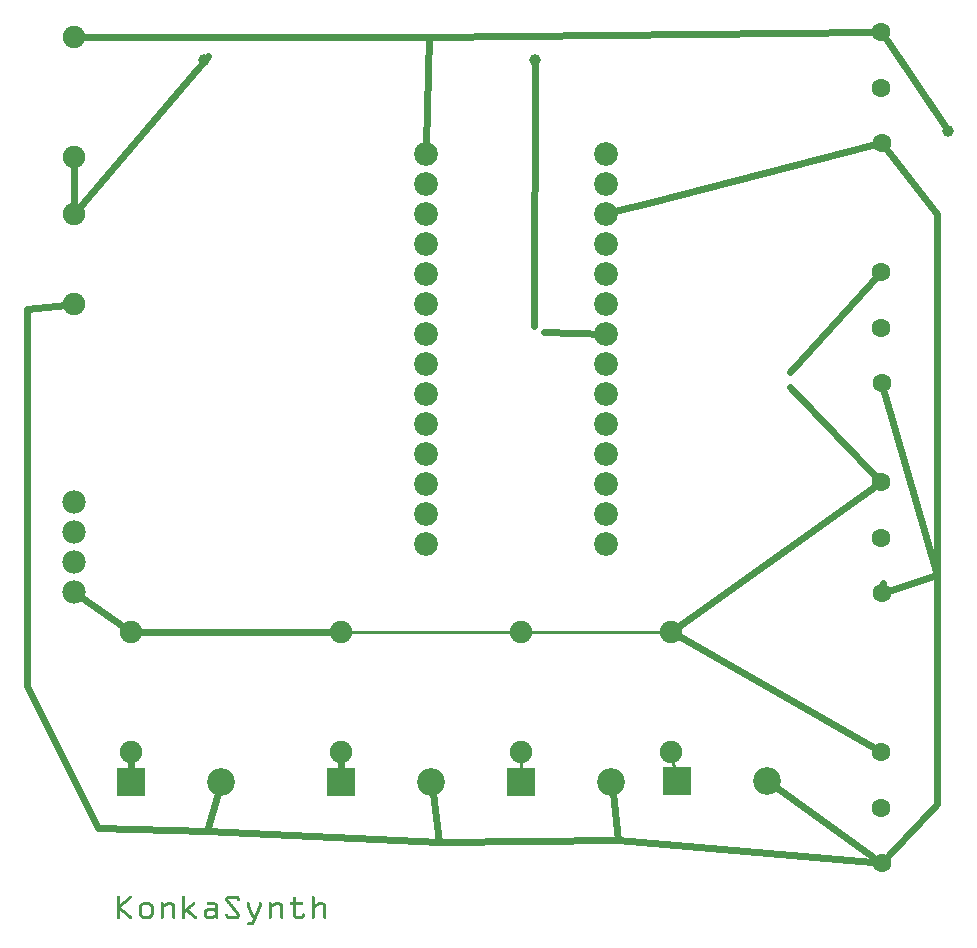
<source format=gtl>
G04 MADE WITH FRITZING*
G04 WWW.FRITZING.ORG*
G04 DOUBLE SIDED*
G04 HOLES PLATED*
G04 CONTOUR ON CENTER OF CONTOUR VECTOR*
%ASAXBY*%
%FSLAX23Y23*%
%MOIN*%
%OFA0B0*%
%SFA1.0B1.0*%
%ADD10C,0.078000*%
%ADD11C,0.079370*%
%ADD12C,0.039370*%
%ADD13C,0.092000*%
%ADD14C,0.075000*%
%ADD15C,0.063307*%
%ADD16R,0.092000X0.092000*%
%ADD17C,0.024000*%
%ADD18C,0.011111*%
%ADD19R,0.001000X0.001000*%
%LNCOPPER1*%
G90*
G70*
G54D10*
X409Y1595D03*
X409Y1495D03*
X409Y1395D03*
X409Y1295D03*
G54D11*
X1580Y2754D03*
X1580Y2654D03*
X1580Y2554D03*
X1580Y2454D03*
X1580Y2354D03*
X1580Y2254D03*
X1580Y2154D03*
X1580Y2054D03*
X1580Y1954D03*
X1580Y1854D03*
X1580Y1754D03*
X1580Y1654D03*
X1580Y1554D03*
X1580Y1454D03*
X2181Y2755D03*
X2181Y2655D03*
X2181Y2555D03*
X2181Y2455D03*
X2181Y2355D03*
X2181Y2255D03*
X2181Y2155D03*
X2181Y2055D03*
X2181Y1955D03*
X2181Y1855D03*
X2181Y1755D03*
X2181Y1655D03*
X2181Y1555D03*
X2181Y1455D03*
G54D12*
X843Y3066D03*
X3322Y2831D03*
G54D13*
X1299Y661D03*
X1599Y661D03*
X599Y661D03*
X899Y661D03*
X1899Y661D03*
X2199Y661D03*
X2417Y665D03*
X2717Y665D03*
G54D14*
X409Y2554D03*
X409Y2254D03*
X409Y3145D03*
X409Y2745D03*
G54D15*
X3099Y761D03*
X3099Y575D03*
X3100Y391D03*
X3099Y761D03*
X3099Y575D03*
X3100Y391D03*
X3099Y1661D03*
X3099Y1475D03*
X3100Y1291D03*
X3099Y1661D03*
X3099Y1475D03*
X3100Y1291D03*
X3099Y3161D03*
X3099Y2975D03*
X3100Y2791D03*
X3099Y3161D03*
X3099Y2975D03*
X3100Y2791D03*
X3099Y2361D03*
X3099Y2175D03*
X3100Y1991D03*
X3099Y2361D03*
X3099Y2175D03*
X3100Y1991D03*
G54D14*
X2399Y761D03*
X2399Y1161D03*
X1899Y761D03*
X1899Y1161D03*
X1299Y761D03*
X1299Y1161D03*
X599Y761D03*
X599Y1161D03*
G54D12*
X843Y3066D03*
X1946Y3068D03*
G54D16*
X1299Y661D03*
X599Y661D03*
X1899Y661D03*
X2417Y665D03*
G54D17*
X1590Y3144D02*
X3067Y3160D01*
D02*
X437Y3145D02*
X1590Y3144D01*
D02*
X1590Y3144D02*
X1581Y2785D01*
D02*
X252Y981D02*
X251Y2238D01*
D02*
X487Y508D02*
X252Y981D01*
D02*
X251Y2238D02*
X380Y2252D01*
D02*
X852Y497D02*
X487Y508D01*
D02*
X852Y497D02*
X889Y625D01*
D02*
X1625Y460D02*
X852Y497D01*
D02*
X1625Y460D02*
X1604Y624D01*
D02*
X2222Y468D02*
X1625Y460D01*
D02*
X2222Y468D02*
X3067Y394D01*
D02*
X2204Y624D02*
X2222Y468D01*
D02*
X2211Y2563D02*
X2336Y2594D01*
D02*
X2336Y2594D02*
X3068Y2783D01*
D02*
X3284Y2554D02*
X3120Y2765D01*
D02*
X3284Y1349D02*
X3284Y2554D01*
D02*
X3284Y1349D02*
X3109Y1959D01*
D02*
X576Y1177D02*
X433Y1277D01*
G54D18*
D02*
X1322Y1161D02*
X1876Y1161D01*
G54D17*
D02*
X628Y1161D02*
X1271Y1161D01*
D02*
X2747Y643D02*
X3073Y410D01*
G54D18*
D02*
X2411Y696D02*
X2403Y738D01*
G54D17*
D02*
X599Y724D02*
X599Y689D01*
D02*
X1299Y724D02*
X1299Y689D01*
G54D18*
D02*
X1922Y1161D02*
X2376Y1161D01*
G54D17*
D02*
X409Y2583D02*
X409Y2716D01*
G54D18*
D02*
X1899Y738D02*
X1899Y692D01*
G54D17*
D02*
X830Y3051D02*
X855Y3080D01*
D02*
X421Y2569D02*
X824Y3044D01*
D02*
X3312Y2846D02*
X3118Y3134D01*
D02*
X3076Y1644D02*
X2426Y1180D01*
D02*
X3071Y777D02*
X2424Y1147D01*
D02*
X1946Y3068D02*
X1943Y2180D01*
D02*
X1974Y2160D02*
X2181Y2155D01*
D02*
X2794Y2026D02*
X3099Y2361D01*
D02*
X3099Y1661D02*
X2794Y1978D01*
D02*
X3105Y1323D02*
X3100Y1291D01*
D02*
X3100Y1291D02*
X3284Y1349D01*
D02*
X3284Y587D02*
X3122Y415D01*
D02*
X3284Y1349D02*
X3284Y587D01*
G54D19*
X555Y281D02*
X559Y281D01*
X595Y281D02*
X599Y281D01*
X771Y281D02*
X775Y281D01*
X920Y281D02*
X952Y281D01*
X1203Y281D02*
X1207Y281D01*
X554Y280D02*
X560Y280D01*
X594Y280D02*
X600Y280D01*
X770Y280D02*
X776Y280D01*
X918Y280D02*
X954Y280D01*
X1202Y280D02*
X1208Y280D01*
X553Y279D02*
X561Y279D01*
X592Y279D02*
X601Y279D01*
X769Y279D02*
X777Y279D01*
X917Y279D02*
X956Y279D01*
X1201Y279D02*
X1209Y279D01*
X553Y278D02*
X561Y278D01*
X591Y278D02*
X601Y278D01*
X769Y278D02*
X777Y278D01*
X916Y278D02*
X957Y278D01*
X1201Y278D02*
X1209Y278D01*
X553Y277D02*
X562Y277D01*
X590Y277D02*
X601Y277D01*
X769Y277D02*
X778Y277D01*
X915Y277D02*
X958Y277D01*
X1142Y277D02*
X1144Y277D01*
X1201Y277D02*
X1210Y277D01*
X553Y276D02*
X562Y276D01*
X589Y276D02*
X601Y276D01*
X769Y276D02*
X778Y276D01*
X914Y276D02*
X959Y276D01*
X1140Y276D02*
X1146Y276D01*
X1201Y276D02*
X1210Y276D01*
X553Y275D02*
X562Y275D01*
X588Y275D02*
X601Y275D01*
X769Y275D02*
X778Y275D01*
X914Y275D02*
X959Y275D01*
X1139Y275D02*
X1147Y275D01*
X1201Y275D02*
X1210Y275D01*
X553Y274D02*
X562Y274D01*
X587Y274D02*
X601Y274D01*
X769Y274D02*
X778Y274D01*
X913Y274D02*
X960Y274D01*
X1139Y274D02*
X1147Y274D01*
X1201Y274D02*
X1210Y274D01*
X553Y273D02*
X562Y273D01*
X585Y273D02*
X600Y273D01*
X769Y273D02*
X778Y273D01*
X913Y273D02*
X960Y273D01*
X1139Y273D02*
X1147Y273D01*
X1201Y273D02*
X1210Y273D01*
X553Y272D02*
X562Y272D01*
X584Y272D02*
X599Y272D01*
X769Y272D02*
X778Y272D01*
X913Y272D02*
X961Y272D01*
X1138Y272D02*
X1148Y272D01*
X1201Y272D02*
X1210Y272D01*
X553Y271D02*
X562Y271D01*
X583Y271D02*
X598Y271D01*
X769Y271D02*
X778Y271D01*
X913Y271D02*
X922Y271D01*
X950Y271D02*
X961Y271D01*
X1138Y271D02*
X1148Y271D01*
X1201Y271D02*
X1210Y271D01*
X553Y270D02*
X562Y270D01*
X582Y270D02*
X596Y270D01*
X769Y270D02*
X778Y270D01*
X913Y270D02*
X922Y270D01*
X952Y270D02*
X961Y270D01*
X1138Y270D02*
X1148Y270D01*
X1201Y270D02*
X1210Y270D01*
X553Y269D02*
X562Y269D01*
X581Y269D02*
X595Y269D01*
X769Y269D02*
X778Y269D01*
X913Y269D02*
X922Y269D01*
X952Y269D02*
X961Y269D01*
X1138Y269D02*
X1148Y269D01*
X1201Y269D02*
X1210Y269D01*
X553Y268D02*
X562Y268D01*
X580Y268D02*
X594Y268D01*
X769Y268D02*
X778Y268D01*
X913Y268D02*
X923Y268D01*
X952Y268D02*
X961Y268D01*
X1138Y268D02*
X1148Y268D01*
X1201Y268D02*
X1210Y268D01*
X553Y267D02*
X562Y267D01*
X578Y267D02*
X593Y267D01*
X769Y267D02*
X778Y267D01*
X913Y267D02*
X924Y267D01*
X952Y267D02*
X961Y267D01*
X1138Y267D02*
X1148Y267D01*
X1201Y267D02*
X1210Y267D01*
X553Y266D02*
X562Y266D01*
X577Y266D02*
X592Y266D01*
X769Y266D02*
X778Y266D01*
X913Y266D02*
X925Y266D01*
X953Y266D02*
X961Y266D01*
X1138Y266D02*
X1148Y266D01*
X1201Y266D02*
X1210Y266D01*
X553Y265D02*
X562Y265D01*
X576Y265D02*
X591Y265D01*
X769Y265D02*
X778Y265D01*
X914Y265D02*
X925Y265D01*
X953Y265D02*
X960Y265D01*
X1138Y265D02*
X1148Y265D01*
X1201Y265D02*
X1210Y265D01*
X553Y264D02*
X562Y264D01*
X575Y264D02*
X589Y264D01*
X769Y264D02*
X778Y264D01*
X914Y264D02*
X926Y264D01*
X954Y264D02*
X959Y264D01*
X1138Y264D02*
X1148Y264D01*
X1201Y264D02*
X1210Y264D01*
X553Y263D02*
X562Y263D01*
X574Y263D02*
X588Y263D01*
X769Y263D02*
X778Y263D01*
X915Y263D02*
X927Y263D01*
X1138Y263D02*
X1148Y263D01*
X1201Y263D02*
X1210Y263D01*
X553Y262D02*
X562Y262D01*
X572Y262D02*
X587Y262D01*
X769Y262D02*
X778Y262D01*
X916Y262D02*
X928Y262D01*
X1138Y262D02*
X1148Y262D01*
X1201Y262D02*
X1210Y262D01*
X553Y261D02*
X562Y261D01*
X571Y261D02*
X586Y261D01*
X769Y261D02*
X778Y261D01*
X917Y261D02*
X929Y261D01*
X1138Y261D02*
X1148Y261D01*
X1201Y261D02*
X1210Y261D01*
X553Y260D02*
X562Y260D01*
X570Y260D02*
X585Y260D01*
X640Y260D02*
X658Y260D01*
X700Y260D02*
X702Y260D01*
X721Y260D02*
X733Y260D01*
X769Y260D02*
X778Y260D01*
X806Y260D02*
X809Y260D01*
X854Y260D02*
X877Y260D01*
X917Y260D02*
X929Y260D01*
X988Y260D02*
X990Y260D01*
X1027Y260D02*
X1030Y260D01*
X1060Y260D02*
X1062Y260D01*
X1081Y260D02*
X1092Y260D01*
X1132Y260D02*
X1169Y260D01*
X1201Y260D02*
X1210Y260D01*
X1225Y260D02*
X1236Y260D01*
X553Y259D02*
X562Y259D01*
X569Y259D02*
X584Y259D01*
X637Y259D02*
X661Y259D01*
X698Y259D02*
X704Y259D01*
X718Y259D02*
X735Y259D01*
X769Y259D02*
X778Y259D01*
X805Y259D02*
X811Y259D01*
X852Y259D02*
X879Y259D01*
X918Y259D02*
X930Y259D01*
X986Y259D02*
X992Y259D01*
X1026Y259D02*
X1032Y259D01*
X1058Y259D02*
X1064Y259D01*
X1078Y259D02*
X1095Y259D01*
X1130Y259D02*
X1171Y259D01*
X1201Y259D02*
X1210Y259D01*
X1222Y259D02*
X1239Y259D01*
X553Y258D02*
X562Y258D01*
X568Y258D02*
X582Y258D01*
X635Y258D02*
X663Y258D01*
X697Y258D02*
X705Y258D01*
X716Y258D02*
X737Y258D01*
X769Y258D02*
X778Y258D01*
X804Y258D02*
X811Y258D01*
X851Y258D02*
X881Y258D01*
X919Y258D02*
X931Y258D01*
X985Y258D02*
X993Y258D01*
X1025Y258D02*
X1032Y258D01*
X1057Y258D02*
X1065Y258D01*
X1076Y258D02*
X1097Y258D01*
X1129Y258D02*
X1171Y258D01*
X1201Y258D02*
X1210Y258D01*
X1220Y258D02*
X1241Y258D01*
X553Y257D02*
X562Y257D01*
X567Y257D02*
X581Y257D01*
X634Y257D02*
X664Y257D01*
X697Y257D02*
X705Y257D01*
X715Y257D02*
X738Y257D01*
X769Y257D02*
X778Y257D01*
X802Y257D02*
X812Y257D01*
X851Y257D02*
X882Y257D01*
X920Y257D02*
X932Y257D01*
X985Y257D02*
X993Y257D01*
X1024Y257D02*
X1033Y257D01*
X1057Y257D02*
X1065Y257D01*
X1075Y257D02*
X1098Y257D01*
X1129Y257D02*
X1172Y257D01*
X1201Y257D02*
X1210Y257D01*
X1219Y257D02*
X1242Y257D01*
X553Y256D02*
X562Y256D01*
X565Y256D02*
X580Y256D01*
X633Y256D02*
X665Y256D01*
X697Y256D02*
X706Y256D01*
X713Y256D02*
X740Y256D01*
X769Y256D02*
X778Y256D01*
X801Y256D02*
X812Y256D01*
X851Y256D02*
X884Y256D01*
X920Y256D02*
X932Y256D01*
X985Y256D02*
X994Y256D01*
X1024Y256D02*
X1033Y256D01*
X1057Y256D02*
X1066Y256D01*
X1073Y256D02*
X1100Y256D01*
X1129Y256D02*
X1172Y256D01*
X1201Y256D02*
X1210Y256D01*
X1217Y256D02*
X1244Y256D01*
X553Y255D02*
X562Y255D01*
X564Y255D02*
X579Y255D01*
X631Y255D02*
X667Y255D01*
X697Y255D02*
X706Y255D01*
X712Y255D02*
X741Y255D01*
X769Y255D02*
X778Y255D01*
X800Y255D02*
X812Y255D01*
X851Y255D02*
X885Y255D01*
X921Y255D02*
X933Y255D01*
X985Y255D02*
X994Y255D01*
X1024Y255D02*
X1033Y255D01*
X1057Y255D02*
X1066Y255D01*
X1072Y255D02*
X1100Y255D01*
X1129Y255D02*
X1172Y255D01*
X1201Y255D02*
X1210Y255D01*
X1216Y255D02*
X1244Y255D01*
X553Y254D02*
X578Y254D01*
X630Y254D02*
X668Y254D01*
X697Y254D02*
X706Y254D01*
X710Y254D02*
X741Y254D01*
X769Y254D02*
X778Y254D01*
X799Y254D02*
X812Y254D01*
X851Y254D02*
X885Y254D01*
X922Y254D02*
X934Y254D01*
X985Y254D02*
X994Y254D01*
X1024Y254D02*
X1033Y254D01*
X1057Y254D02*
X1066Y254D01*
X1070Y254D02*
X1101Y254D01*
X1129Y254D02*
X1172Y254D01*
X1201Y254D02*
X1210Y254D01*
X1214Y254D02*
X1245Y254D01*
X553Y253D02*
X577Y253D01*
X629Y253D02*
X669Y253D01*
X697Y253D02*
X706Y253D01*
X708Y253D02*
X742Y253D01*
X769Y253D02*
X778Y253D01*
X798Y253D02*
X812Y253D01*
X851Y253D02*
X886Y253D01*
X923Y253D02*
X935Y253D01*
X985Y253D02*
X994Y253D01*
X1024Y253D02*
X1033Y253D01*
X1057Y253D02*
X1066Y253D01*
X1068Y253D02*
X1102Y253D01*
X1129Y253D02*
X1172Y253D01*
X1201Y253D02*
X1210Y253D01*
X1212Y253D02*
X1246Y253D01*
X553Y252D02*
X575Y252D01*
X628Y252D02*
X670Y252D01*
X697Y252D02*
X743Y252D01*
X769Y252D02*
X778Y252D01*
X797Y252D02*
X811Y252D01*
X852Y252D02*
X887Y252D01*
X924Y252D02*
X936Y252D01*
X985Y252D02*
X994Y252D01*
X1024Y252D02*
X1033Y252D01*
X1057Y252D02*
X1103Y252D01*
X1130Y252D02*
X1171Y252D01*
X1201Y252D02*
X1246Y252D01*
X553Y251D02*
X574Y251D01*
X628Y251D02*
X671Y251D01*
X697Y251D02*
X743Y251D01*
X769Y251D02*
X778Y251D01*
X795Y251D02*
X810Y251D01*
X853Y251D02*
X887Y251D01*
X924Y251D02*
X936Y251D01*
X985Y251D02*
X994Y251D01*
X1024Y251D02*
X1033Y251D01*
X1057Y251D02*
X1103Y251D01*
X1131Y251D02*
X1170Y251D01*
X1201Y251D02*
X1247Y251D01*
X553Y250D02*
X573Y250D01*
X627Y250D02*
X640Y250D01*
X657Y250D02*
X671Y250D01*
X697Y250D02*
X722Y250D01*
X732Y250D02*
X743Y250D01*
X769Y250D02*
X778Y250D01*
X794Y250D02*
X809Y250D01*
X876Y250D02*
X887Y250D01*
X925Y250D02*
X937Y250D01*
X985Y250D02*
X994Y250D01*
X1024Y250D02*
X1033Y250D01*
X1057Y250D02*
X1081Y250D01*
X1092Y250D02*
X1103Y250D01*
X1138Y250D02*
X1148Y250D01*
X1201Y250D02*
X1225Y250D01*
X1236Y250D02*
X1247Y250D01*
X553Y249D02*
X572Y249D01*
X626Y249D02*
X639Y249D01*
X659Y249D02*
X672Y249D01*
X697Y249D02*
X720Y249D01*
X733Y249D02*
X744Y249D01*
X769Y249D02*
X778Y249D01*
X793Y249D02*
X808Y249D01*
X877Y249D02*
X888Y249D01*
X926Y249D02*
X938Y249D01*
X985Y249D02*
X994Y249D01*
X1024Y249D02*
X1033Y249D01*
X1057Y249D02*
X1080Y249D01*
X1093Y249D02*
X1104Y249D01*
X1138Y249D02*
X1148Y249D01*
X1201Y249D02*
X1224Y249D01*
X1237Y249D02*
X1248Y249D01*
X553Y248D02*
X571Y248D01*
X626Y248D02*
X638Y248D01*
X661Y248D02*
X672Y248D01*
X697Y248D02*
X718Y248D01*
X734Y248D02*
X744Y248D01*
X769Y248D02*
X778Y248D01*
X792Y248D02*
X806Y248D01*
X878Y248D02*
X888Y248D01*
X927Y248D02*
X939Y248D01*
X985Y248D02*
X994Y248D01*
X1024Y248D02*
X1033Y248D01*
X1057Y248D02*
X1078Y248D01*
X1094Y248D02*
X1104Y248D01*
X1138Y248D02*
X1148Y248D01*
X1201Y248D02*
X1222Y248D01*
X1238Y248D02*
X1248Y248D01*
X553Y247D02*
X570Y247D01*
X626Y247D02*
X636Y247D01*
X662Y247D02*
X673Y247D01*
X697Y247D02*
X717Y247D01*
X735Y247D02*
X744Y247D01*
X769Y247D02*
X778Y247D01*
X791Y247D02*
X805Y247D01*
X878Y247D02*
X888Y247D01*
X927Y247D02*
X939Y247D01*
X985Y247D02*
X994Y247D01*
X1024Y247D02*
X1033Y247D01*
X1057Y247D02*
X1077Y247D01*
X1095Y247D02*
X1104Y247D01*
X1138Y247D02*
X1148Y247D01*
X1201Y247D02*
X1221Y247D01*
X1239Y247D02*
X1248Y247D01*
X553Y246D02*
X568Y246D01*
X625Y246D02*
X635Y246D01*
X663Y246D02*
X673Y246D01*
X697Y246D02*
X715Y246D01*
X735Y246D02*
X744Y246D01*
X769Y246D02*
X778Y246D01*
X790Y246D02*
X804Y246D01*
X879Y246D02*
X888Y246D01*
X928Y246D02*
X940Y246D01*
X985Y246D02*
X995Y246D01*
X1023Y246D02*
X1033Y246D01*
X1057Y246D02*
X1075Y246D01*
X1095Y246D02*
X1104Y246D01*
X1138Y246D02*
X1148Y246D01*
X1201Y246D02*
X1219Y246D01*
X1239Y246D02*
X1248Y246D01*
X553Y245D02*
X567Y245D01*
X625Y245D02*
X635Y245D01*
X663Y245D02*
X673Y245D01*
X697Y245D02*
X714Y245D01*
X735Y245D02*
X744Y245D01*
X769Y245D02*
X778Y245D01*
X788Y245D02*
X803Y245D01*
X879Y245D02*
X888Y245D01*
X929Y245D02*
X941Y245D01*
X985Y245D02*
X995Y245D01*
X1023Y245D02*
X1033Y245D01*
X1057Y245D02*
X1074Y245D01*
X1095Y245D02*
X1104Y245D01*
X1138Y245D02*
X1148Y245D01*
X1201Y245D02*
X1218Y245D01*
X1239Y245D02*
X1248Y245D01*
X553Y244D02*
X566Y244D01*
X625Y244D02*
X634Y244D01*
X664Y244D02*
X673Y244D01*
X697Y244D02*
X712Y244D01*
X735Y244D02*
X744Y244D01*
X769Y244D02*
X778Y244D01*
X787Y244D02*
X802Y244D01*
X879Y244D02*
X888Y244D01*
X930Y244D02*
X942Y244D01*
X985Y244D02*
X995Y244D01*
X1022Y244D02*
X1033Y244D01*
X1057Y244D02*
X1072Y244D01*
X1095Y244D02*
X1104Y244D01*
X1138Y244D02*
X1148Y244D01*
X1201Y244D02*
X1216Y244D01*
X1239Y244D02*
X1248Y244D01*
X553Y243D02*
X565Y243D01*
X625Y243D02*
X634Y243D01*
X664Y243D02*
X673Y243D01*
X697Y243D02*
X711Y243D01*
X735Y243D02*
X744Y243D01*
X769Y243D02*
X778Y243D01*
X786Y243D02*
X801Y243D01*
X879Y243D02*
X888Y243D01*
X931Y243D02*
X943Y243D01*
X986Y243D02*
X996Y243D01*
X1022Y243D02*
X1032Y243D01*
X1057Y243D02*
X1071Y243D01*
X1095Y243D02*
X1104Y243D01*
X1138Y243D02*
X1148Y243D01*
X1201Y243D02*
X1215Y243D01*
X1239Y243D02*
X1248Y243D01*
X553Y242D02*
X565Y242D01*
X625Y242D02*
X634Y242D01*
X664Y242D02*
X673Y242D01*
X697Y242D02*
X709Y242D01*
X735Y242D02*
X744Y242D01*
X769Y242D02*
X778Y242D01*
X785Y242D02*
X799Y242D01*
X879Y242D02*
X888Y242D01*
X931Y242D02*
X943Y242D01*
X986Y242D02*
X996Y242D01*
X1022Y242D02*
X1032Y242D01*
X1057Y242D02*
X1069Y242D01*
X1095Y242D02*
X1104Y242D01*
X1138Y242D02*
X1148Y242D01*
X1201Y242D02*
X1213Y242D01*
X1239Y242D02*
X1248Y242D01*
X553Y241D02*
X566Y241D01*
X625Y241D02*
X634Y241D01*
X664Y241D02*
X673Y241D01*
X697Y241D02*
X708Y241D01*
X735Y241D02*
X744Y241D01*
X769Y241D02*
X778Y241D01*
X784Y241D02*
X798Y241D01*
X879Y241D02*
X888Y241D01*
X932Y241D02*
X944Y241D01*
X987Y241D02*
X997Y241D01*
X1021Y241D02*
X1031Y241D01*
X1057Y241D02*
X1068Y241D01*
X1095Y241D02*
X1104Y241D01*
X1138Y241D02*
X1148Y241D01*
X1201Y241D02*
X1211Y241D01*
X1239Y241D02*
X1248Y241D01*
X553Y240D02*
X567Y240D01*
X625Y240D02*
X634Y240D01*
X664Y240D02*
X673Y240D01*
X697Y240D02*
X706Y240D01*
X735Y240D02*
X744Y240D01*
X769Y240D02*
X778Y240D01*
X783Y240D02*
X797Y240D01*
X879Y240D02*
X888Y240D01*
X933Y240D02*
X945Y240D01*
X987Y240D02*
X997Y240D01*
X1021Y240D02*
X1031Y240D01*
X1057Y240D02*
X1066Y240D01*
X1095Y240D02*
X1104Y240D01*
X1138Y240D02*
X1148Y240D01*
X1201Y240D02*
X1210Y240D01*
X1239Y240D02*
X1248Y240D01*
X553Y239D02*
X569Y239D01*
X625Y239D02*
X634Y239D01*
X664Y239D02*
X673Y239D01*
X697Y239D02*
X706Y239D01*
X735Y239D02*
X744Y239D01*
X769Y239D02*
X778Y239D01*
X781Y239D02*
X796Y239D01*
X853Y239D02*
X876Y239D01*
X879Y239D02*
X888Y239D01*
X934Y239D02*
X946Y239D01*
X988Y239D02*
X998Y239D01*
X1020Y239D02*
X1030Y239D01*
X1057Y239D02*
X1066Y239D01*
X1095Y239D02*
X1104Y239D01*
X1138Y239D02*
X1148Y239D01*
X1201Y239D02*
X1210Y239D01*
X1239Y239D02*
X1248Y239D01*
X553Y238D02*
X570Y238D01*
X625Y238D02*
X634Y238D01*
X664Y238D02*
X673Y238D01*
X697Y238D02*
X706Y238D01*
X735Y238D02*
X744Y238D01*
X769Y238D02*
X778Y238D01*
X780Y238D02*
X795Y238D01*
X850Y238D02*
X888Y238D01*
X934Y238D02*
X946Y238D01*
X988Y238D02*
X998Y238D01*
X1020Y238D02*
X1030Y238D01*
X1057Y238D02*
X1066Y238D01*
X1095Y238D02*
X1104Y238D01*
X1138Y238D02*
X1148Y238D01*
X1201Y238D02*
X1210Y238D01*
X1239Y238D02*
X1248Y238D01*
X553Y237D02*
X571Y237D01*
X625Y237D02*
X634Y237D01*
X664Y237D02*
X673Y237D01*
X697Y237D02*
X706Y237D01*
X735Y237D02*
X744Y237D01*
X769Y237D02*
X794Y237D01*
X848Y237D02*
X888Y237D01*
X935Y237D02*
X947Y237D01*
X988Y237D02*
X998Y237D01*
X1019Y237D02*
X1029Y237D01*
X1057Y237D02*
X1066Y237D01*
X1095Y237D02*
X1104Y237D01*
X1138Y237D02*
X1148Y237D01*
X1201Y237D02*
X1210Y237D01*
X1239Y237D02*
X1248Y237D01*
X553Y236D02*
X572Y236D01*
X625Y236D02*
X634Y236D01*
X664Y236D02*
X673Y236D01*
X697Y236D02*
X706Y236D01*
X735Y236D02*
X744Y236D01*
X769Y236D02*
X792Y236D01*
X846Y236D02*
X888Y236D01*
X936Y236D02*
X948Y236D01*
X989Y236D02*
X999Y236D01*
X1019Y236D02*
X1029Y236D01*
X1057Y236D02*
X1066Y236D01*
X1095Y236D02*
X1104Y236D01*
X1138Y236D02*
X1148Y236D01*
X1201Y236D02*
X1210Y236D01*
X1239Y236D02*
X1248Y236D01*
X553Y235D02*
X573Y235D01*
X625Y235D02*
X634Y235D01*
X664Y235D02*
X673Y235D01*
X697Y235D02*
X706Y235D01*
X735Y235D02*
X744Y235D01*
X769Y235D02*
X791Y235D01*
X845Y235D02*
X888Y235D01*
X937Y235D02*
X949Y235D01*
X989Y235D02*
X999Y235D01*
X1018Y235D02*
X1029Y235D01*
X1057Y235D02*
X1066Y235D01*
X1095Y235D02*
X1104Y235D01*
X1138Y235D02*
X1148Y235D01*
X1201Y235D02*
X1210Y235D01*
X1239Y235D02*
X1248Y235D01*
X553Y234D02*
X574Y234D01*
X625Y234D02*
X634Y234D01*
X664Y234D02*
X673Y234D01*
X697Y234D02*
X706Y234D01*
X735Y234D02*
X744Y234D01*
X769Y234D02*
X791Y234D01*
X844Y234D02*
X888Y234D01*
X938Y234D02*
X950Y234D01*
X990Y234D02*
X1000Y234D01*
X1018Y234D02*
X1028Y234D01*
X1057Y234D02*
X1066Y234D01*
X1095Y234D02*
X1104Y234D01*
X1138Y234D02*
X1148Y234D01*
X1201Y234D02*
X1210Y234D01*
X1239Y234D02*
X1248Y234D01*
X553Y233D02*
X576Y233D01*
X625Y233D02*
X634Y233D01*
X664Y233D02*
X673Y233D01*
X697Y233D02*
X706Y233D01*
X735Y233D02*
X745Y233D01*
X769Y233D02*
X792Y233D01*
X843Y233D02*
X889Y233D01*
X938Y233D02*
X950Y233D01*
X990Y233D02*
X1000Y233D01*
X1018Y233D02*
X1028Y233D01*
X1057Y233D02*
X1066Y233D01*
X1095Y233D02*
X1104Y233D01*
X1138Y233D02*
X1148Y233D01*
X1201Y233D02*
X1210Y233D01*
X1239Y233D02*
X1248Y233D01*
X553Y232D02*
X577Y232D01*
X625Y232D02*
X634Y232D01*
X664Y232D02*
X673Y232D01*
X697Y232D02*
X706Y232D01*
X735Y232D02*
X745Y232D01*
X769Y232D02*
X793Y232D01*
X843Y232D02*
X889Y232D01*
X939Y232D02*
X951Y232D01*
X991Y232D02*
X1001Y232D01*
X1017Y232D02*
X1027Y232D01*
X1057Y232D02*
X1066Y232D01*
X1095Y232D02*
X1104Y232D01*
X1138Y232D02*
X1148Y232D01*
X1201Y232D02*
X1210Y232D01*
X1239Y232D02*
X1248Y232D01*
X553Y231D02*
X578Y231D01*
X625Y231D02*
X634Y231D01*
X664Y231D02*
X673Y231D01*
X697Y231D02*
X706Y231D01*
X735Y231D02*
X745Y231D01*
X769Y231D02*
X794Y231D01*
X842Y231D02*
X889Y231D01*
X940Y231D02*
X952Y231D01*
X991Y231D02*
X1001Y231D01*
X1017Y231D02*
X1027Y231D01*
X1057Y231D02*
X1066Y231D01*
X1095Y231D02*
X1105Y231D01*
X1138Y231D02*
X1148Y231D01*
X1201Y231D02*
X1210Y231D01*
X1239Y231D02*
X1249Y231D01*
X553Y230D02*
X562Y230D01*
X565Y230D02*
X579Y230D01*
X625Y230D02*
X634Y230D01*
X664Y230D02*
X673Y230D01*
X697Y230D02*
X706Y230D01*
X736Y230D02*
X745Y230D01*
X769Y230D02*
X795Y230D01*
X842Y230D02*
X889Y230D01*
X941Y230D02*
X953Y230D01*
X991Y230D02*
X1001Y230D01*
X1016Y230D02*
X1026Y230D01*
X1057Y230D02*
X1066Y230D01*
X1095Y230D02*
X1105Y230D01*
X1138Y230D02*
X1148Y230D01*
X1201Y230D02*
X1210Y230D01*
X1239Y230D02*
X1249Y230D01*
X553Y229D02*
X562Y229D01*
X566Y229D02*
X580Y229D01*
X625Y229D02*
X634Y229D01*
X664Y229D02*
X673Y229D01*
X697Y229D02*
X706Y229D01*
X736Y229D02*
X745Y229D01*
X769Y229D02*
X796Y229D01*
X841Y229D02*
X854Y229D01*
X875Y229D02*
X889Y229D01*
X941Y229D02*
X953Y229D01*
X992Y229D02*
X1002Y229D01*
X1016Y229D02*
X1026Y229D01*
X1057Y229D02*
X1066Y229D01*
X1096Y229D02*
X1105Y229D01*
X1138Y229D02*
X1148Y229D01*
X1201Y229D02*
X1210Y229D01*
X1240Y229D02*
X1249Y229D01*
X553Y228D02*
X562Y228D01*
X567Y228D02*
X581Y228D01*
X625Y228D02*
X634Y228D01*
X664Y228D02*
X673Y228D01*
X697Y228D02*
X706Y228D01*
X736Y228D02*
X745Y228D01*
X769Y228D02*
X797Y228D01*
X841Y228D02*
X852Y228D01*
X878Y228D02*
X889Y228D01*
X942Y228D02*
X954Y228D01*
X992Y228D02*
X1002Y228D01*
X1015Y228D02*
X1026Y228D01*
X1057Y228D02*
X1066Y228D01*
X1096Y228D02*
X1105Y228D01*
X1138Y228D02*
X1148Y228D01*
X1201Y228D02*
X1210Y228D01*
X1240Y228D02*
X1249Y228D01*
X553Y227D02*
X562Y227D01*
X568Y227D02*
X583Y227D01*
X625Y227D02*
X634Y227D01*
X664Y227D02*
X673Y227D01*
X697Y227D02*
X706Y227D01*
X736Y227D02*
X745Y227D01*
X769Y227D02*
X782Y227D01*
X784Y227D02*
X799Y227D01*
X841Y227D02*
X851Y227D01*
X879Y227D02*
X889Y227D01*
X943Y227D02*
X955Y227D01*
X993Y227D02*
X1003Y227D01*
X1015Y227D02*
X1025Y227D01*
X1057Y227D02*
X1066Y227D01*
X1096Y227D02*
X1105Y227D01*
X1138Y227D02*
X1148Y227D01*
X1201Y227D02*
X1210Y227D01*
X1240Y227D02*
X1249Y227D01*
X553Y226D02*
X562Y226D01*
X569Y226D02*
X584Y226D01*
X625Y226D02*
X634Y226D01*
X664Y226D02*
X673Y226D01*
X697Y226D02*
X706Y226D01*
X736Y226D02*
X745Y226D01*
X769Y226D02*
X781Y226D01*
X785Y226D02*
X800Y226D01*
X841Y226D02*
X850Y226D01*
X879Y226D02*
X889Y226D01*
X944Y226D02*
X956Y226D01*
X993Y226D02*
X1003Y226D01*
X1015Y226D02*
X1025Y226D01*
X1057Y226D02*
X1066Y226D01*
X1096Y226D02*
X1105Y226D01*
X1138Y226D02*
X1148Y226D01*
X1201Y226D02*
X1210Y226D01*
X1240Y226D02*
X1249Y226D01*
X553Y225D02*
X562Y225D01*
X570Y225D02*
X585Y225D01*
X625Y225D02*
X634Y225D01*
X664Y225D02*
X673Y225D01*
X697Y225D02*
X706Y225D01*
X736Y225D02*
X745Y225D01*
X769Y225D02*
X780Y225D01*
X786Y225D02*
X801Y225D01*
X841Y225D02*
X850Y225D01*
X880Y225D02*
X889Y225D01*
X945Y225D02*
X957Y225D01*
X994Y225D02*
X1004Y225D01*
X1014Y225D02*
X1024Y225D01*
X1057Y225D02*
X1066Y225D01*
X1096Y225D02*
X1105Y225D01*
X1138Y225D02*
X1148Y225D01*
X1201Y225D02*
X1210Y225D01*
X1240Y225D02*
X1249Y225D01*
X553Y224D02*
X562Y224D01*
X572Y224D02*
X586Y224D01*
X625Y224D02*
X634Y224D01*
X664Y224D02*
X673Y224D01*
X697Y224D02*
X706Y224D01*
X736Y224D02*
X745Y224D01*
X769Y224D02*
X778Y224D01*
X788Y224D02*
X802Y224D01*
X841Y224D02*
X850Y224D01*
X880Y224D02*
X889Y224D01*
X945Y224D02*
X957Y224D01*
X994Y224D02*
X1004Y224D01*
X1014Y224D02*
X1024Y224D01*
X1057Y224D02*
X1066Y224D01*
X1096Y224D02*
X1105Y224D01*
X1138Y224D02*
X1148Y224D01*
X1201Y224D02*
X1210Y224D01*
X1240Y224D02*
X1249Y224D01*
X553Y223D02*
X562Y223D01*
X573Y223D02*
X587Y223D01*
X625Y223D02*
X634Y223D01*
X664Y223D02*
X673Y223D01*
X697Y223D02*
X706Y223D01*
X736Y223D02*
X745Y223D01*
X769Y223D02*
X778Y223D01*
X789Y223D02*
X803Y223D01*
X841Y223D02*
X850Y223D01*
X880Y223D02*
X889Y223D01*
X946Y223D02*
X958Y223D01*
X995Y223D02*
X1005Y223D01*
X1013Y223D02*
X1023Y223D01*
X1057Y223D02*
X1066Y223D01*
X1096Y223D02*
X1105Y223D01*
X1138Y223D02*
X1148Y223D01*
X1201Y223D02*
X1210Y223D01*
X1240Y223D02*
X1249Y223D01*
X553Y222D02*
X562Y222D01*
X574Y222D02*
X589Y222D01*
X625Y222D02*
X634Y222D01*
X664Y222D02*
X673Y222D01*
X697Y222D02*
X706Y222D01*
X736Y222D02*
X745Y222D01*
X769Y222D02*
X778Y222D01*
X790Y222D02*
X804Y222D01*
X841Y222D02*
X850Y222D01*
X880Y222D02*
X889Y222D01*
X917Y222D02*
X918Y222D01*
X947Y222D02*
X959Y222D01*
X995Y222D02*
X1005Y222D01*
X1013Y222D02*
X1023Y222D01*
X1057Y222D02*
X1066Y222D01*
X1096Y222D02*
X1105Y222D01*
X1138Y222D02*
X1148Y222D01*
X1172Y222D02*
X1173Y222D01*
X1201Y222D02*
X1210Y222D01*
X1240Y222D02*
X1249Y222D01*
X553Y221D02*
X562Y221D01*
X575Y221D02*
X590Y221D01*
X625Y221D02*
X634Y221D01*
X664Y221D02*
X673Y221D01*
X697Y221D02*
X706Y221D01*
X736Y221D02*
X745Y221D01*
X769Y221D02*
X778Y221D01*
X791Y221D02*
X806Y221D01*
X841Y221D02*
X850Y221D01*
X880Y221D02*
X889Y221D01*
X914Y221D02*
X920Y221D01*
X948Y221D02*
X960Y221D01*
X995Y221D02*
X1005Y221D01*
X1012Y221D02*
X1022Y221D01*
X1057Y221D02*
X1066Y221D01*
X1096Y221D02*
X1105Y221D01*
X1138Y221D02*
X1148Y221D01*
X1170Y221D02*
X1175Y221D01*
X1201Y221D02*
X1210Y221D01*
X1240Y221D02*
X1249Y221D01*
X553Y220D02*
X562Y220D01*
X576Y220D02*
X591Y220D01*
X625Y220D02*
X634Y220D01*
X664Y220D02*
X673Y220D01*
X697Y220D02*
X706Y220D01*
X736Y220D02*
X745Y220D01*
X769Y220D02*
X778Y220D01*
X792Y220D02*
X807Y220D01*
X841Y220D02*
X850Y220D01*
X879Y220D02*
X889Y220D01*
X914Y220D02*
X921Y220D01*
X948Y220D02*
X960Y220D01*
X996Y220D02*
X1006Y220D01*
X1012Y220D02*
X1022Y220D01*
X1057Y220D02*
X1066Y220D01*
X1096Y220D02*
X1105Y220D01*
X1138Y220D02*
X1148Y220D01*
X1169Y220D02*
X1176Y220D01*
X1201Y220D02*
X1210Y220D01*
X1240Y220D02*
X1249Y220D01*
X553Y219D02*
X562Y219D01*
X577Y219D02*
X592Y219D01*
X625Y219D02*
X635Y219D01*
X663Y219D02*
X673Y219D01*
X697Y219D02*
X706Y219D01*
X736Y219D02*
X745Y219D01*
X769Y219D02*
X778Y219D01*
X793Y219D02*
X808Y219D01*
X841Y219D02*
X850Y219D01*
X878Y219D02*
X889Y219D01*
X913Y219D02*
X921Y219D01*
X949Y219D02*
X961Y219D01*
X996Y219D02*
X1006Y219D01*
X1011Y219D02*
X1022Y219D01*
X1057Y219D02*
X1066Y219D01*
X1096Y219D02*
X1105Y219D01*
X1138Y219D02*
X1148Y219D01*
X1169Y219D02*
X1177Y219D01*
X1201Y219D02*
X1210Y219D01*
X1240Y219D02*
X1249Y219D01*
X553Y218D02*
X562Y218D01*
X579Y218D02*
X593Y218D01*
X625Y218D02*
X635Y218D01*
X662Y218D02*
X673Y218D01*
X697Y218D02*
X706Y218D01*
X736Y218D02*
X745Y218D01*
X769Y218D02*
X778Y218D01*
X795Y218D02*
X809Y218D01*
X841Y218D02*
X850Y218D01*
X876Y218D02*
X889Y218D01*
X913Y218D02*
X922Y218D01*
X950Y218D02*
X961Y218D01*
X997Y218D02*
X1007Y218D01*
X1011Y218D02*
X1021Y218D01*
X1057Y218D02*
X1066Y218D01*
X1096Y218D02*
X1105Y218D01*
X1139Y218D02*
X1148Y218D01*
X1168Y218D02*
X1177Y218D01*
X1201Y218D02*
X1210Y218D01*
X1240Y218D02*
X1249Y218D01*
X553Y217D02*
X562Y217D01*
X580Y217D02*
X594Y217D01*
X625Y217D02*
X636Y217D01*
X661Y217D02*
X673Y217D01*
X697Y217D02*
X706Y217D01*
X736Y217D02*
X745Y217D01*
X769Y217D02*
X778Y217D01*
X796Y217D02*
X810Y217D01*
X841Y217D02*
X850Y217D01*
X875Y217D02*
X889Y217D01*
X913Y217D02*
X922Y217D01*
X951Y217D02*
X961Y217D01*
X997Y217D02*
X1021Y217D01*
X1057Y217D02*
X1066Y217D01*
X1096Y217D02*
X1105Y217D01*
X1139Y217D02*
X1148Y217D01*
X1168Y217D02*
X1177Y217D01*
X1201Y217D02*
X1210Y217D01*
X1240Y217D02*
X1249Y217D01*
X553Y216D02*
X562Y216D01*
X581Y216D02*
X596Y216D01*
X626Y216D02*
X638Y216D01*
X660Y216D02*
X672Y216D01*
X697Y216D02*
X706Y216D01*
X736Y216D02*
X745Y216D01*
X769Y216D02*
X778Y216D01*
X797Y216D02*
X812Y216D01*
X841Y216D02*
X851Y216D01*
X873Y216D02*
X889Y216D01*
X913Y216D02*
X922Y216D01*
X951Y216D02*
X961Y216D01*
X998Y216D02*
X1020Y216D01*
X1057Y216D02*
X1066Y216D01*
X1096Y216D02*
X1105Y216D01*
X1139Y216D02*
X1148Y216D01*
X1167Y216D02*
X1177Y216D01*
X1201Y216D02*
X1210Y216D01*
X1240Y216D02*
X1249Y216D01*
X553Y215D02*
X562Y215D01*
X582Y215D02*
X597Y215D01*
X626Y215D02*
X639Y215D01*
X659Y215D02*
X672Y215D01*
X697Y215D02*
X706Y215D01*
X736Y215D02*
X745Y215D01*
X769Y215D02*
X778Y215D01*
X798Y215D02*
X813Y215D01*
X841Y215D02*
X851Y215D01*
X871Y215D02*
X889Y215D01*
X913Y215D02*
X922Y215D01*
X952Y215D02*
X961Y215D01*
X998Y215D02*
X1020Y215D01*
X1057Y215D02*
X1066Y215D01*
X1096Y215D02*
X1105Y215D01*
X1139Y215D02*
X1149Y215D01*
X1166Y215D02*
X1177Y215D01*
X1201Y215D02*
X1210Y215D01*
X1240Y215D02*
X1249Y215D01*
X553Y214D02*
X562Y214D01*
X583Y214D02*
X598Y214D01*
X627Y214D02*
X641Y214D01*
X657Y214D02*
X671Y214D01*
X697Y214D02*
X706Y214D01*
X736Y214D02*
X745Y214D01*
X769Y214D02*
X778Y214D01*
X799Y214D02*
X814Y214D01*
X841Y214D02*
X853Y214D01*
X869Y214D02*
X889Y214D01*
X913Y214D02*
X924Y214D01*
X952Y214D02*
X961Y214D01*
X998Y214D02*
X1019Y214D01*
X1057Y214D02*
X1066Y214D01*
X1096Y214D02*
X1105Y214D01*
X1139Y214D02*
X1151Y214D01*
X1165Y214D02*
X1177Y214D01*
X1201Y214D02*
X1210Y214D01*
X1240Y214D02*
X1249Y214D01*
X553Y213D02*
X562Y213D01*
X584Y213D02*
X599Y213D01*
X627Y213D02*
X670Y213D01*
X697Y213D02*
X706Y213D01*
X736Y213D02*
X745Y213D01*
X769Y213D02*
X778Y213D01*
X800Y213D02*
X815Y213D01*
X842Y213D02*
X889Y213D01*
X913Y213D02*
X961Y213D01*
X999Y213D02*
X1019Y213D01*
X1057Y213D02*
X1066Y213D01*
X1096Y213D02*
X1105Y213D01*
X1140Y213D02*
X1176Y213D01*
X1201Y213D02*
X1210Y213D01*
X1240Y213D02*
X1249Y213D01*
X553Y212D02*
X562Y212D01*
X586Y212D02*
X600Y212D01*
X628Y212D02*
X670Y212D01*
X697Y212D02*
X706Y212D01*
X736Y212D02*
X745Y212D01*
X769Y212D02*
X778Y212D01*
X802Y212D02*
X816Y212D01*
X842Y212D02*
X889Y212D01*
X914Y212D02*
X961Y212D01*
X999Y212D02*
X1018Y212D01*
X1057Y212D02*
X1066Y212D01*
X1096Y212D02*
X1105Y212D01*
X1140Y212D02*
X1176Y212D01*
X1201Y212D02*
X1210Y212D01*
X1240Y212D02*
X1249Y212D01*
X553Y211D02*
X562Y211D01*
X587Y211D02*
X601Y211D01*
X629Y211D02*
X669Y211D01*
X697Y211D02*
X706Y211D01*
X736Y211D02*
X745Y211D01*
X769Y211D02*
X778Y211D01*
X803Y211D02*
X817Y211D01*
X843Y211D02*
X889Y211D01*
X914Y211D02*
X961Y211D01*
X1000Y211D02*
X1018Y211D01*
X1057Y211D02*
X1066Y211D01*
X1096Y211D02*
X1105Y211D01*
X1141Y211D02*
X1175Y211D01*
X1201Y211D02*
X1210Y211D01*
X1240Y211D02*
X1249Y211D01*
X553Y210D02*
X562Y210D01*
X588Y210D02*
X601Y210D01*
X630Y210D02*
X668Y210D01*
X697Y210D02*
X706Y210D01*
X736Y210D02*
X745Y210D01*
X769Y210D02*
X778Y210D01*
X804Y210D02*
X817Y210D01*
X843Y210D02*
X889Y210D01*
X915Y210D02*
X960Y210D01*
X1000Y210D02*
X1018Y210D01*
X1057Y210D02*
X1066Y210D01*
X1096Y210D02*
X1105Y210D01*
X1141Y210D02*
X1174Y210D01*
X1201Y210D02*
X1210Y210D01*
X1240Y210D02*
X1249Y210D01*
X553Y209D02*
X562Y209D01*
X589Y209D02*
X601Y209D01*
X631Y209D02*
X667Y209D01*
X697Y209D02*
X706Y209D01*
X736Y209D02*
X745Y209D01*
X769Y209D02*
X778Y209D01*
X805Y209D02*
X817Y209D01*
X844Y209D02*
X889Y209D01*
X915Y209D02*
X959Y209D01*
X1001Y209D02*
X1017Y209D01*
X1057Y209D02*
X1066Y209D01*
X1096Y209D02*
X1105Y209D01*
X1142Y209D02*
X1174Y209D01*
X1201Y209D02*
X1210Y209D01*
X1240Y209D02*
X1249Y209D01*
X553Y208D02*
X562Y208D01*
X590Y208D02*
X601Y208D01*
X633Y208D02*
X665Y208D01*
X697Y208D02*
X706Y208D01*
X736Y208D02*
X745Y208D01*
X769Y208D02*
X778Y208D01*
X806Y208D02*
X817Y208D01*
X845Y208D02*
X878Y208D01*
X880Y208D02*
X889Y208D01*
X916Y208D02*
X959Y208D01*
X1003Y208D02*
X1017Y208D01*
X1057Y208D02*
X1066Y208D01*
X1096Y208D02*
X1105Y208D01*
X1143Y208D02*
X1173Y208D01*
X1201Y208D02*
X1210Y208D01*
X1240Y208D02*
X1249Y208D01*
X553Y207D02*
X561Y207D01*
X591Y207D02*
X601Y207D01*
X634Y207D02*
X664Y207D01*
X697Y207D02*
X705Y207D01*
X737Y207D02*
X745Y207D01*
X769Y207D02*
X777Y207D01*
X807Y207D02*
X817Y207D01*
X846Y207D02*
X877Y207D01*
X881Y207D02*
X889Y207D01*
X917Y207D02*
X958Y207D01*
X1006Y207D02*
X1016Y207D01*
X1057Y207D02*
X1065Y207D01*
X1097Y207D02*
X1105Y207D01*
X1144Y207D02*
X1172Y207D01*
X1201Y207D02*
X1209Y207D01*
X1241Y207D02*
X1249Y207D01*
X553Y206D02*
X561Y206D01*
X593Y206D02*
X601Y206D01*
X635Y206D02*
X663Y206D01*
X697Y206D02*
X705Y206D01*
X737Y206D02*
X744Y206D01*
X769Y206D02*
X777Y206D01*
X809Y206D02*
X817Y206D01*
X847Y206D02*
X875Y206D01*
X881Y206D02*
X889Y206D01*
X919Y206D02*
X957Y206D01*
X1006Y206D02*
X1016Y206D01*
X1057Y206D02*
X1065Y206D01*
X1097Y206D02*
X1104Y206D01*
X1145Y206D02*
X1170Y206D01*
X1201Y206D02*
X1209Y206D01*
X1241Y206D02*
X1248Y206D01*
X554Y205D02*
X560Y205D01*
X594Y205D02*
X600Y205D01*
X637Y205D02*
X661Y205D01*
X698Y205D02*
X704Y205D01*
X738Y205D02*
X744Y205D01*
X770Y205D02*
X776Y205D01*
X810Y205D02*
X816Y205D01*
X849Y205D02*
X873Y205D01*
X882Y205D02*
X888Y205D01*
X920Y205D02*
X955Y205D01*
X1005Y205D02*
X1015Y205D01*
X1058Y205D02*
X1064Y205D01*
X1098Y205D02*
X1104Y205D01*
X1147Y205D02*
X1168Y205D01*
X1202Y205D02*
X1208Y205D01*
X1242Y205D02*
X1248Y205D01*
X556Y204D02*
X558Y204D01*
X595Y204D02*
X598Y204D01*
X640Y204D02*
X658Y204D01*
X700Y204D02*
X702Y204D01*
X739Y204D02*
X742Y204D01*
X772Y204D02*
X774Y204D01*
X811Y204D02*
X814Y204D01*
X852Y204D02*
X871Y204D01*
X883Y204D02*
X886Y204D01*
X923Y204D02*
X953Y204D01*
X1005Y204D02*
X1015Y204D01*
X1060Y204D02*
X1062Y204D01*
X1099Y204D02*
X1102Y204D01*
X1150Y204D02*
X1166Y204D01*
X1204Y204D02*
X1206Y204D01*
X1243Y204D02*
X1246Y204D01*
X1004Y203D02*
X1015Y203D01*
X1004Y202D02*
X1014Y202D01*
X1004Y201D02*
X1014Y201D01*
X1003Y200D02*
X1013Y200D01*
X1003Y199D02*
X1013Y199D01*
X1002Y198D02*
X1012Y198D01*
X1002Y197D02*
X1012Y197D01*
X1001Y196D02*
X1011Y196D01*
X1001Y195D02*
X1011Y195D01*
X1001Y194D02*
X1011Y194D01*
X1000Y193D02*
X1010Y193D01*
X987Y192D02*
X1010Y192D01*
X986Y191D02*
X1009Y191D01*
X985Y190D02*
X1009Y190D01*
X985Y189D02*
X1008Y189D01*
X985Y188D02*
X1008Y188D01*
X985Y187D02*
X1008Y187D01*
X985Y186D02*
X1007Y186D01*
X985Y185D02*
X1007Y185D01*
X986Y184D02*
X1006Y184D01*
X987Y183D02*
X1005Y183D01*
D02*
G04 End of Copper1*
M02*
</source>
